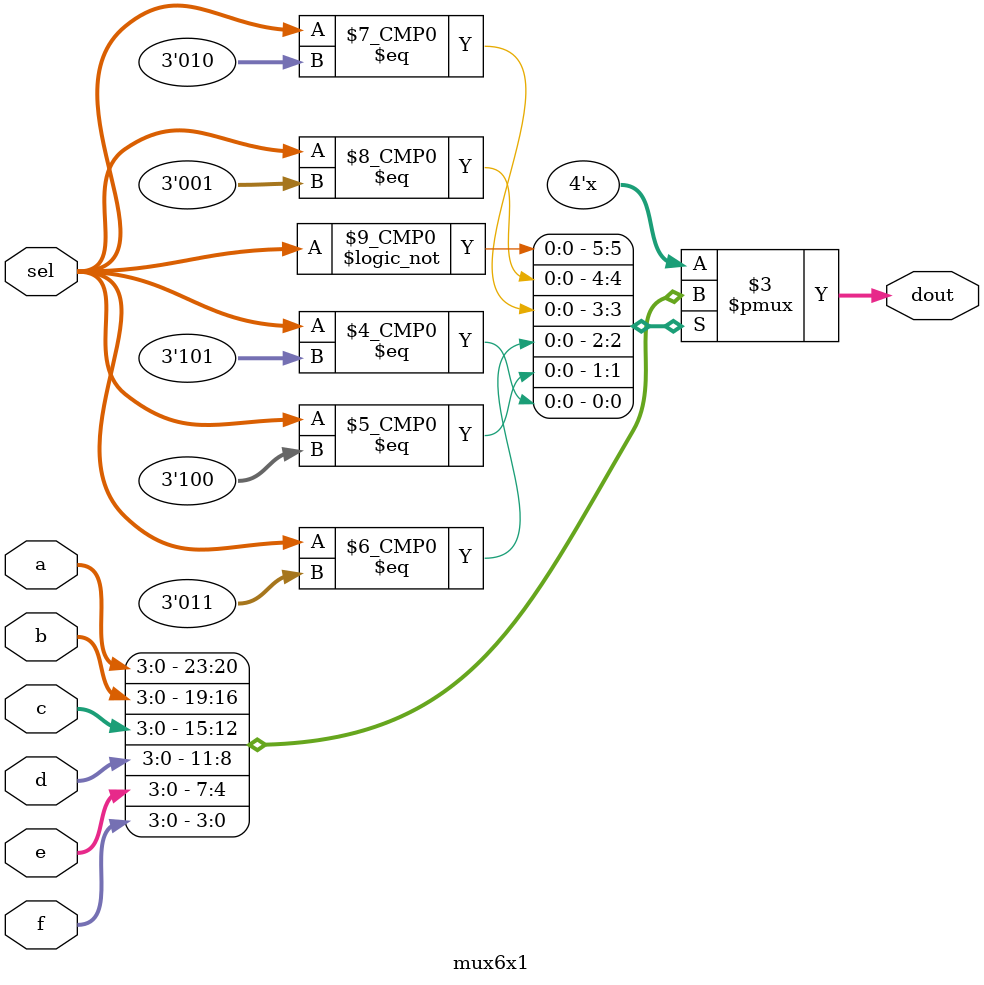
<source format=sv>
/*
 * Copyright (c) 2024 Caio Alonso da Costa
 * SPDX-License-Identifier: Apache-2.0
 */

module mux6x1 (sel, a, b, c, d, e, f, dout);

  input logic [2:0] sel;
  input logic [3:0] a, b, c, d, e, f;
  output logic [3:0] dout;
  
  // Implement logical operation based on selection
  always_comb begin

    case (sel)
      
      3'b000: begin
        dout = a;
      end

      3'b001: begin
        dout = b;
      end

      3'b010: begin
        dout = c;
      end

      3'b011: begin
        dout = d;
      end
      
      3'b100: begin
        dout = e;
      end

      3'b101: begin
        dout = f;
      end

      default : begin
        temp = '0;
      end
      
    endcase

  end

endmodule

</source>
